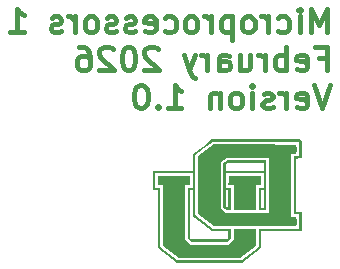
<source format=gbr>
%TF.GenerationSoftware,KiCad,Pcbnew,9.0.4*%
%TF.CreationDate,2026-02-14T19:28:01-07:00*%
%TF.ProjectId,Uno_Shield_DSP_Class_v1,556e6f5f-5368-4696-956c-645f4453505f,rev?*%
%TF.SameCoordinates,Original*%
%TF.FileFunction,Legend,Bot*%
%TF.FilePolarity,Positive*%
%FSLAX46Y46*%
G04 Gerber Fmt 4.6, Leading zero omitted, Abs format (unit mm)*
G04 Created by KiCad (PCBNEW 9.0.4) date 2026-02-14 19:28:01*
%MOMM*%
%LPD*%
G01*
G04 APERTURE LIST*
%ADD10C,0.400000*%
%ADD11C,0.000000*%
G04 APERTURE END LIST*
D10*
X113490652Y-77294662D02*
X113490652Y-75294662D01*
X113490652Y-75294662D02*
X112823985Y-76723233D01*
X112823985Y-76723233D02*
X112157319Y-75294662D01*
X112157319Y-75294662D02*
X112157319Y-77294662D01*
X111204938Y-77294662D02*
X111204938Y-75961328D01*
X111204938Y-75294662D02*
X111300176Y-75389900D01*
X111300176Y-75389900D02*
X111204938Y-75485138D01*
X111204938Y-75485138D02*
X111109700Y-75389900D01*
X111109700Y-75389900D02*
X111204938Y-75294662D01*
X111204938Y-75294662D02*
X111204938Y-75485138D01*
X109395414Y-77199424D02*
X109585890Y-77294662D01*
X109585890Y-77294662D02*
X109966843Y-77294662D01*
X109966843Y-77294662D02*
X110157319Y-77199424D01*
X110157319Y-77199424D02*
X110252557Y-77104185D01*
X110252557Y-77104185D02*
X110347795Y-76913709D01*
X110347795Y-76913709D02*
X110347795Y-76342281D01*
X110347795Y-76342281D02*
X110252557Y-76151804D01*
X110252557Y-76151804D02*
X110157319Y-76056566D01*
X110157319Y-76056566D02*
X109966843Y-75961328D01*
X109966843Y-75961328D02*
X109585890Y-75961328D01*
X109585890Y-75961328D02*
X109395414Y-76056566D01*
X108538271Y-77294662D02*
X108538271Y-75961328D01*
X108538271Y-76342281D02*
X108443033Y-76151804D01*
X108443033Y-76151804D02*
X108347795Y-76056566D01*
X108347795Y-76056566D02*
X108157319Y-75961328D01*
X108157319Y-75961328D02*
X107966842Y-75961328D01*
X107014462Y-77294662D02*
X107204938Y-77199424D01*
X107204938Y-77199424D02*
X107300176Y-77104185D01*
X107300176Y-77104185D02*
X107395414Y-76913709D01*
X107395414Y-76913709D02*
X107395414Y-76342281D01*
X107395414Y-76342281D02*
X107300176Y-76151804D01*
X107300176Y-76151804D02*
X107204938Y-76056566D01*
X107204938Y-76056566D02*
X107014462Y-75961328D01*
X107014462Y-75961328D02*
X106728747Y-75961328D01*
X106728747Y-75961328D02*
X106538271Y-76056566D01*
X106538271Y-76056566D02*
X106443033Y-76151804D01*
X106443033Y-76151804D02*
X106347795Y-76342281D01*
X106347795Y-76342281D02*
X106347795Y-76913709D01*
X106347795Y-76913709D02*
X106443033Y-77104185D01*
X106443033Y-77104185D02*
X106538271Y-77199424D01*
X106538271Y-77199424D02*
X106728747Y-77294662D01*
X106728747Y-77294662D02*
X107014462Y-77294662D01*
X105490652Y-75961328D02*
X105490652Y-77961328D01*
X105490652Y-76056566D02*
X105300176Y-75961328D01*
X105300176Y-75961328D02*
X104919223Y-75961328D01*
X104919223Y-75961328D02*
X104728747Y-76056566D01*
X104728747Y-76056566D02*
X104633509Y-76151804D01*
X104633509Y-76151804D02*
X104538271Y-76342281D01*
X104538271Y-76342281D02*
X104538271Y-76913709D01*
X104538271Y-76913709D02*
X104633509Y-77104185D01*
X104633509Y-77104185D02*
X104728747Y-77199424D01*
X104728747Y-77199424D02*
X104919223Y-77294662D01*
X104919223Y-77294662D02*
X105300176Y-77294662D01*
X105300176Y-77294662D02*
X105490652Y-77199424D01*
X103681128Y-77294662D02*
X103681128Y-75961328D01*
X103681128Y-76342281D02*
X103585890Y-76151804D01*
X103585890Y-76151804D02*
X103490652Y-76056566D01*
X103490652Y-76056566D02*
X103300176Y-75961328D01*
X103300176Y-75961328D02*
X103109699Y-75961328D01*
X102157319Y-77294662D02*
X102347795Y-77199424D01*
X102347795Y-77199424D02*
X102443033Y-77104185D01*
X102443033Y-77104185D02*
X102538271Y-76913709D01*
X102538271Y-76913709D02*
X102538271Y-76342281D01*
X102538271Y-76342281D02*
X102443033Y-76151804D01*
X102443033Y-76151804D02*
X102347795Y-76056566D01*
X102347795Y-76056566D02*
X102157319Y-75961328D01*
X102157319Y-75961328D02*
X101871604Y-75961328D01*
X101871604Y-75961328D02*
X101681128Y-76056566D01*
X101681128Y-76056566D02*
X101585890Y-76151804D01*
X101585890Y-76151804D02*
X101490652Y-76342281D01*
X101490652Y-76342281D02*
X101490652Y-76913709D01*
X101490652Y-76913709D02*
X101585890Y-77104185D01*
X101585890Y-77104185D02*
X101681128Y-77199424D01*
X101681128Y-77199424D02*
X101871604Y-77294662D01*
X101871604Y-77294662D02*
X102157319Y-77294662D01*
X99776366Y-77199424D02*
X99966842Y-77294662D01*
X99966842Y-77294662D02*
X100347795Y-77294662D01*
X100347795Y-77294662D02*
X100538271Y-77199424D01*
X100538271Y-77199424D02*
X100633509Y-77104185D01*
X100633509Y-77104185D02*
X100728747Y-76913709D01*
X100728747Y-76913709D02*
X100728747Y-76342281D01*
X100728747Y-76342281D02*
X100633509Y-76151804D01*
X100633509Y-76151804D02*
X100538271Y-76056566D01*
X100538271Y-76056566D02*
X100347795Y-75961328D01*
X100347795Y-75961328D02*
X99966842Y-75961328D01*
X99966842Y-75961328D02*
X99776366Y-76056566D01*
X98157318Y-77199424D02*
X98347794Y-77294662D01*
X98347794Y-77294662D02*
X98728747Y-77294662D01*
X98728747Y-77294662D02*
X98919223Y-77199424D01*
X98919223Y-77199424D02*
X99014461Y-77008947D01*
X99014461Y-77008947D02*
X99014461Y-76247043D01*
X99014461Y-76247043D02*
X98919223Y-76056566D01*
X98919223Y-76056566D02*
X98728747Y-75961328D01*
X98728747Y-75961328D02*
X98347794Y-75961328D01*
X98347794Y-75961328D02*
X98157318Y-76056566D01*
X98157318Y-76056566D02*
X98062080Y-76247043D01*
X98062080Y-76247043D02*
X98062080Y-76437519D01*
X98062080Y-76437519D02*
X99014461Y-76627995D01*
X97300175Y-77199424D02*
X97109699Y-77294662D01*
X97109699Y-77294662D02*
X96728747Y-77294662D01*
X96728747Y-77294662D02*
X96538270Y-77199424D01*
X96538270Y-77199424D02*
X96443032Y-77008947D01*
X96443032Y-77008947D02*
X96443032Y-76913709D01*
X96443032Y-76913709D02*
X96538270Y-76723233D01*
X96538270Y-76723233D02*
X96728747Y-76627995D01*
X96728747Y-76627995D02*
X97014461Y-76627995D01*
X97014461Y-76627995D02*
X97204937Y-76532757D01*
X97204937Y-76532757D02*
X97300175Y-76342281D01*
X97300175Y-76342281D02*
X97300175Y-76247043D01*
X97300175Y-76247043D02*
X97204937Y-76056566D01*
X97204937Y-76056566D02*
X97014461Y-75961328D01*
X97014461Y-75961328D02*
X96728747Y-75961328D01*
X96728747Y-75961328D02*
X96538270Y-76056566D01*
X95681127Y-77199424D02*
X95490651Y-77294662D01*
X95490651Y-77294662D02*
X95109699Y-77294662D01*
X95109699Y-77294662D02*
X94919222Y-77199424D01*
X94919222Y-77199424D02*
X94823984Y-77008947D01*
X94823984Y-77008947D02*
X94823984Y-76913709D01*
X94823984Y-76913709D02*
X94919222Y-76723233D01*
X94919222Y-76723233D02*
X95109699Y-76627995D01*
X95109699Y-76627995D02*
X95395413Y-76627995D01*
X95395413Y-76627995D02*
X95585889Y-76532757D01*
X95585889Y-76532757D02*
X95681127Y-76342281D01*
X95681127Y-76342281D02*
X95681127Y-76247043D01*
X95681127Y-76247043D02*
X95585889Y-76056566D01*
X95585889Y-76056566D02*
X95395413Y-75961328D01*
X95395413Y-75961328D02*
X95109699Y-75961328D01*
X95109699Y-75961328D02*
X94919222Y-76056566D01*
X93681127Y-77294662D02*
X93871603Y-77199424D01*
X93871603Y-77199424D02*
X93966841Y-77104185D01*
X93966841Y-77104185D02*
X94062079Y-76913709D01*
X94062079Y-76913709D02*
X94062079Y-76342281D01*
X94062079Y-76342281D02*
X93966841Y-76151804D01*
X93966841Y-76151804D02*
X93871603Y-76056566D01*
X93871603Y-76056566D02*
X93681127Y-75961328D01*
X93681127Y-75961328D02*
X93395412Y-75961328D01*
X93395412Y-75961328D02*
X93204936Y-76056566D01*
X93204936Y-76056566D02*
X93109698Y-76151804D01*
X93109698Y-76151804D02*
X93014460Y-76342281D01*
X93014460Y-76342281D02*
X93014460Y-76913709D01*
X93014460Y-76913709D02*
X93109698Y-77104185D01*
X93109698Y-77104185D02*
X93204936Y-77199424D01*
X93204936Y-77199424D02*
X93395412Y-77294662D01*
X93395412Y-77294662D02*
X93681127Y-77294662D01*
X92157317Y-77294662D02*
X92157317Y-75961328D01*
X92157317Y-76342281D02*
X92062079Y-76151804D01*
X92062079Y-76151804D02*
X91966841Y-76056566D01*
X91966841Y-76056566D02*
X91776365Y-75961328D01*
X91776365Y-75961328D02*
X91585888Y-75961328D01*
X91014460Y-77199424D02*
X90823984Y-77294662D01*
X90823984Y-77294662D02*
X90443032Y-77294662D01*
X90443032Y-77294662D02*
X90252555Y-77199424D01*
X90252555Y-77199424D02*
X90157317Y-77008947D01*
X90157317Y-77008947D02*
X90157317Y-76913709D01*
X90157317Y-76913709D02*
X90252555Y-76723233D01*
X90252555Y-76723233D02*
X90443032Y-76627995D01*
X90443032Y-76627995D02*
X90728746Y-76627995D01*
X90728746Y-76627995D02*
X90919222Y-76532757D01*
X90919222Y-76532757D02*
X91014460Y-76342281D01*
X91014460Y-76342281D02*
X91014460Y-76247043D01*
X91014460Y-76247043D02*
X90919222Y-76056566D01*
X90919222Y-76056566D02*
X90728746Y-75961328D01*
X90728746Y-75961328D02*
X90443032Y-75961328D01*
X90443032Y-75961328D02*
X90252555Y-76056566D01*
X86728745Y-77294662D02*
X87871602Y-77294662D01*
X87300174Y-77294662D02*
X87300174Y-75294662D01*
X87300174Y-75294662D02*
X87490650Y-75580376D01*
X87490650Y-75580376D02*
X87681126Y-75770852D01*
X87681126Y-75770852D02*
X87871602Y-75866090D01*
X112823985Y-79466931D02*
X113490652Y-79466931D01*
X113490652Y-80514550D02*
X113490652Y-78514550D01*
X113490652Y-78514550D02*
X112538271Y-78514550D01*
X111014461Y-80419312D02*
X111204937Y-80514550D01*
X111204937Y-80514550D02*
X111585890Y-80514550D01*
X111585890Y-80514550D02*
X111776366Y-80419312D01*
X111776366Y-80419312D02*
X111871604Y-80228835D01*
X111871604Y-80228835D02*
X111871604Y-79466931D01*
X111871604Y-79466931D02*
X111776366Y-79276454D01*
X111776366Y-79276454D02*
X111585890Y-79181216D01*
X111585890Y-79181216D02*
X111204937Y-79181216D01*
X111204937Y-79181216D02*
X111014461Y-79276454D01*
X111014461Y-79276454D02*
X110919223Y-79466931D01*
X110919223Y-79466931D02*
X110919223Y-79657407D01*
X110919223Y-79657407D02*
X111871604Y-79847883D01*
X110062080Y-80514550D02*
X110062080Y-78514550D01*
X110062080Y-79276454D02*
X109871604Y-79181216D01*
X109871604Y-79181216D02*
X109490651Y-79181216D01*
X109490651Y-79181216D02*
X109300175Y-79276454D01*
X109300175Y-79276454D02*
X109204937Y-79371692D01*
X109204937Y-79371692D02*
X109109699Y-79562169D01*
X109109699Y-79562169D02*
X109109699Y-80133597D01*
X109109699Y-80133597D02*
X109204937Y-80324073D01*
X109204937Y-80324073D02*
X109300175Y-80419312D01*
X109300175Y-80419312D02*
X109490651Y-80514550D01*
X109490651Y-80514550D02*
X109871604Y-80514550D01*
X109871604Y-80514550D02*
X110062080Y-80419312D01*
X108252556Y-80514550D02*
X108252556Y-79181216D01*
X108252556Y-79562169D02*
X108157318Y-79371692D01*
X108157318Y-79371692D02*
X108062080Y-79276454D01*
X108062080Y-79276454D02*
X107871604Y-79181216D01*
X107871604Y-79181216D02*
X107681127Y-79181216D01*
X106157318Y-79181216D02*
X106157318Y-80514550D01*
X107014461Y-79181216D02*
X107014461Y-80228835D01*
X107014461Y-80228835D02*
X106919223Y-80419312D01*
X106919223Y-80419312D02*
X106728747Y-80514550D01*
X106728747Y-80514550D02*
X106443032Y-80514550D01*
X106443032Y-80514550D02*
X106252556Y-80419312D01*
X106252556Y-80419312D02*
X106157318Y-80324073D01*
X104347794Y-80514550D02*
X104347794Y-79466931D01*
X104347794Y-79466931D02*
X104443032Y-79276454D01*
X104443032Y-79276454D02*
X104633508Y-79181216D01*
X104633508Y-79181216D02*
X105014461Y-79181216D01*
X105014461Y-79181216D02*
X105204937Y-79276454D01*
X104347794Y-80419312D02*
X104538270Y-80514550D01*
X104538270Y-80514550D02*
X105014461Y-80514550D01*
X105014461Y-80514550D02*
X105204937Y-80419312D01*
X105204937Y-80419312D02*
X105300175Y-80228835D01*
X105300175Y-80228835D02*
X105300175Y-80038359D01*
X105300175Y-80038359D02*
X105204937Y-79847883D01*
X105204937Y-79847883D02*
X105014461Y-79752645D01*
X105014461Y-79752645D02*
X104538270Y-79752645D01*
X104538270Y-79752645D02*
X104347794Y-79657407D01*
X103395413Y-80514550D02*
X103395413Y-79181216D01*
X103395413Y-79562169D02*
X103300175Y-79371692D01*
X103300175Y-79371692D02*
X103204937Y-79276454D01*
X103204937Y-79276454D02*
X103014461Y-79181216D01*
X103014461Y-79181216D02*
X102823984Y-79181216D01*
X102347794Y-79181216D02*
X101871604Y-80514550D01*
X101395413Y-79181216D02*
X101871604Y-80514550D01*
X101871604Y-80514550D02*
X102062080Y-80990740D01*
X102062080Y-80990740D02*
X102157318Y-81085978D01*
X102157318Y-81085978D02*
X102347794Y-81181216D01*
X99204936Y-78705026D02*
X99109698Y-78609788D01*
X99109698Y-78609788D02*
X98919222Y-78514550D01*
X98919222Y-78514550D02*
X98443031Y-78514550D01*
X98443031Y-78514550D02*
X98252555Y-78609788D01*
X98252555Y-78609788D02*
X98157317Y-78705026D01*
X98157317Y-78705026D02*
X98062079Y-78895502D01*
X98062079Y-78895502D02*
X98062079Y-79085978D01*
X98062079Y-79085978D02*
X98157317Y-79371692D01*
X98157317Y-79371692D02*
X99300174Y-80514550D01*
X99300174Y-80514550D02*
X98062079Y-80514550D01*
X96823984Y-78514550D02*
X96633507Y-78514550D01*
X96633507Y-78514550D02*
X96443031Y-78609788D01*
X96443031Y-78609788D02*
X96347793Y-78705026D01*
X96347793Y-78705026D02*
X96252555Y-78895502D01*
X96252555Y-78895502D02*
X96157317Y-79276454D01*
X96157317Y-79276454D02*
X96157317Y-79752645D01*
X96157317Y-79752645D02*
X96252555Y-80133597D01*
X96252555Y-80133597D02*
X96347793Y-80324073D01*
X96347793Y-80324073D02*
X96443031Y-80419312D01*
X96443031Y-80419312D02*
X96633507Y-80514550D01*
X96633507Y-80514550D02*
X96823984Y-80514550D01*
X96823984Y-80514550D02*
X97014460Y-80419312D01*
X97014460Y-80419312D02*
X97109698Y-80324073D01*
X97109698Y-80324073D02*
X97204936Y-80133597D01*
X97204936Y-80133597D02*
X97300174Y-79752645D01*
X97300174Y-79752645D02*
X97300174Y-79276454D01*
X97300174Y-79276454D02*
X97204936Y-78895502D01*
X97204936Y-78895502D02*
X97109698Y-78705026D01*
X97109698Y-78705026D02*
X97014460Y-78609788D01*
X97014460Y-78609788D02*
X96823984Y-78514550D01*
X95395412Y-78705026D02*
X95300174Y-78609788D01*
X95300174Y-78609788D02*
X95109698Y-78514550D01*
X95109698Y-78514550D02*
X94633507Y-78514550D01*
X94633507Y-78514550D02*
X94443031Y-78609788D01*
X94443031Y-78609788D02*
X94347793Y-78705026D01*
X94347793Y-78705026D02*
X94252555Y-78895502D01*
X94252555Y-78895502D02*
X94252555Y-79085978D01*
X94252555Y-79085978D02*
X94347793Y-79371692D01*
X94347793Y-79371692D02*
X95490650Y-80514550D01*
X95490650Y-80514550D02*
X94252555Y-80514550D01*
X92538269Y-78514550D02*
X92919222Y-78514550D01*
X92919222Y-78514550D02*
X93109698Y-78609788D01*
X93109698Y-78609788D02*
X93204936Y-78705026D01*
X93204936Y-78705026D02*
X93395412Y-78990740D01*
X93395412Y-78990740D02*
X93490650Y-79371692D01*
X93490650Y-79371692D02*
X93490650Y-80133597D01*
X93490650Y-80133597D02*
X93395412Y-80324073D01*
X93395412Y-80324073D02*
X93300174Y-80419312D01*
X93300174Y-80419312D02*
X93109698Y-80514550D01*
X93109698Y-80514550D02*
X92728745Y-80514550D01*
X92728745Y-80514550D02*
X92538269Y-80419312D01*
X92538269Y-80419312D02*
X92443031Y-80324073D01*
X92443031Y-80324073D02*
X92347793Y-80133597D01*
X92347793Y-80133597D02*
X92347793Y-79657407D01*
X92347793Y-79657407D02*
X92443031Y-79466931D01*
X92443031Y-79466931D02*
X92538269Y-79371692D01*
X92538269Y-79371692D02*
X92728745Y-79276454D01*
X92728745Y-79276454D02*
X93109698Y-79276454D01*
X93109698Y-79276454D02*
X93300174Y-79371692D01*
X93300174Y-79371692D02*
X93395412Y-79466931D01*
X93395412Y-79466931D02*
X93490650Y-79657407D01*
X113776366Y-81734438D02*
X113109700Y-83734438D01*
X113109700Y-83734438D02*
X112443033Y-81734438D01*
X111014461Y-83639200D02*
X111204937Y-83734438D01*
X111204937Y-83734438D02*
X111585890Y-83734438D01*
X111585890Y-83734438D02*
X111776366Y-83639200D01*
X111776366Y-83639200D02*
X111871604Y-83448723D01*
X111871604Y-83448723D02*
X111871604Y-82686819D01*
X111871604Y-82686819D02*
X111776366Y-82496342D01*
X111776366Y-82496342D02*
X111585890Y-82401104D01*
X111585890Y-82401104D02*
X111204937Y-82401104D01*
X111204937Y-82401104D02*
X111014461Y-82496342D01*
X111014461Y-82496342D02*
X110919223Y-82686819D01*
X110919223Y-82686819D02*
X110919223Y-82877295D01*
X110919223Y-82877295D02*
X111871604Y-83067771D01*
X110062080Y-83734438D02*
X110062080Y-82401104D01*
X110062080Y-82782057D02*
X109966842Y-82591580D01*
X109966842Y-82591580D02*
X109871604Y-82496342D01*
X109871604Y-82496342D02*
X109681128Y-82401104D01*
X109681128Y-82401104D02*
X109490651Y-82401104D01*
X108919223Y-83639200D02*
X108728747Y-83734438D01*
X108728747Y-83734438D02*
X108347795Y-83734438D01*
X108347795Y-83734438D02*
X108157318Y-83639200D01*
X108157318Y-83639200D02*
X108062080Y-83448723D01*
X108062080Y-83448723D02*
X108062080Y-83353485D01*
X108062080Y-83353485D02*
X108157318Y-83163009D01*
X108157318Y-83163009D02*
X108347795Y-83067771D01*
X108347795Y-83067771D02*
X108633509Y-83067771D01*
X108633509Y-83067771D02*
X108823985Y-82972533D01*
X108823985Y-82972533D02*
X108919223Y-82782057D01*
X108919223Y-82782057D02*
X108919223Y-82686819D01*
X108919223Y-82686819D02*
X108823985Y-82496342D01*
X108823985Y-82496342D02*
X108633509Y-82401104D01*
X108633509Y-82401104D02*
X108347795Y-82401104D01*
X108347795Y-82401104D02*
X108157318Y-82496342D01*
X107204937Y-83734438D02*
X107204937Y-82401104D01*
X107204937Y-81734438D02*
X107300175Y-81829676D01*
X107300175Y-81829676D02*
X107204937Y-81924914D01*
X107204937Y-81924914D02*
X107109699Y-81829676D01*
X107109699Y-81829676D02*
X107204937Y-81734438D01*
X107204937Y-81734438D02*
X107204937Y-81924914D01*
X105966842Y-83734438D02*
X106157318Y-83639200D01*
X106157318Y-83639200D02*
X106252556Y-83543961D01*
X106252556Y-83543961D02*
X106347794Y-83353485D01*
X106347794Y-83353485D02*
X106347794Y-82782057D01*
X106347794Y-82782057D02*
X106252556Y-82591580D01*
X106252556Y-82591580D02*
X106157318Y-82496342D01*
X106157318Y-82496342D02*
X105966842Y-82401104D01*
X105966842Y-82401104D02*
X105681127Y-82401104D01*
X105681127Y-82401104D02*
X105490651Y-82496342D01*
X105490651Y-82496342D02*
X105395413Y-82591580D01*
X105395413Y-82591580D02*
X105300175Y-82782057D01*
X105300175Y-82782057D02*
X105300175Y-83353485D01*
X105300175Y-83353485D02*
X105395413Y-83543961D01*
X105395413Y-83543961D02*
X105490651Y-83639200D01*
X105490651Y-83639200D02*
X105681127Y-83734438D01*
X105681127Y-83734438D02*
X105966842Y-83734438D01*
X104443032Y-82401104D02*
X104443032Y-83734438D01*
X104443032Y-82591580D02*
X104347794Y-82496342D01*
X104347794Y-82496342D02*
X104157318Y-82401104D01*
X104157318Y-82401104D02*
X103871603Y-82401104D01*
X103871603Y-82401104D02*
X103681127Y-82496342D01*
X103681127Y-82496342D02*
X103585889Y-82686819D01*
X103585889Y-82686819D02*
X103585889Y-83734438D01*
X100062079Y-83734438D02*
X101204936Y-83734438D01*
X100633508Y-83734438D02*
X100633508Y-81734438D01*
X100633508Y-81734438D02*
X100823984Y-82020152D01*
X100823984Y-82020152D02*
X101014460Y-82210628D01*
X101014460Y-82210628D02*
X101204936Y-82305866D01*
X99204936Y-83543961D02*
X99109698Y-83639200D01*
X99109698Y-83639200D02*
X99204936Y-83734438D01*
X99204936Y-83734438D02*
X99300174Y-83639200D01*
X99300174Y-83639200D02*
X99204936Y-83543961D01*
X99204936Y-83543961D02*
X99204936Y-83734438D01*
X97871603Y-81734438D02*
X97681126Y-81734438D01*
X97681126Y-81734438D02*
X97490650Y-81829676D01*
X97490650Y-81829676D02*
X97395412Y-81924914D01*
X97395412Y-81924914D02*
X97300174Y-82115390D01*
X97300174Y-82115390D02*
X97204936Y-82496342D01*
X97204936Y-82496342D02*
X97204936Y-82972533D01*
X97204936Y-82972533D02*
X97300174Y-83353485D01*
X97300174Y-83353485D02*
X97395412Y-83543961D01*
X97395412Y-83543961D02*
X97490650Y-83639200D01*
X97490650Y-83639200D02*
X97681126Y-83734438D01*
X97681126Y-83734438D02*
X97871603Y-83734438D01*
X97871603Y-83734438D02*
X98062079Y-83639200D01*
X98062079Y-83639200D02*
X98157317Y-83543961D01*
X98157317Y-83543961D02*
X98252555Y-83353485D01*
X98252555Y-83353485D02*
X98347793Y-82972533D01*
X98347793Y-82972533D02*
X98347793Y-82496342D01*
X98347793Y-82496342D02*
X98252555Y-82115390D01*
X98252555Y-82115390D02*
X98157317Y-81924914D01*
X98157317Y-81924914D02*
X98062079Y-81829676D01*
X98062079Y-81829676D02*
X97871603Y-81734438D01*
D11*
%TO.C,G\u002A\u002A\u002A*%
G36*
X107949235Y-89870344D02*
G01*
X107956264Y-90244994D01*
X107739685Y-90244994D01*
X107523106Y-90244994D01*
X107523106Y-91299094D01*
X107523106Y-92353193D01*
X106570606Y-92353193D01*
X105618106Y-92353193D01*
X105618106Y-91299094D01*
X105618106Y-90244994D01*
X105401527Y-90244994D01*
X105184948Y-90244994D01*
X105191977Y-89870344D01*
X105199006Y-89495694D01*
X106570606Y-89495694D01*
X107942206Y-89495694D01*
X107949235Y-89870344D01*
G37*
G36*
X101960507Y-89863775D02*
G01*
X101960507Y-90244994D01*
X101744607Y-90244994D01*
X101528707Y-90244994D01*
X101530026Y-92575443D01*
X101531344Y-94905893D01*
X101775374Y-95090043D01*
X102019405Y-95274193D01*
X103575810Y-95274193D01*
X105132214Y-95274193D01*
X105375059Y-95090043D01*
X105617905Y-94905893D01*
X105618006Y-94416943D01*
X105618106Y-93927993D01*
X106570606Y-93927993D01*
X107523106Y-93927993D01*
X107523106Y-94651009D01*
X107523106Y-95374025D01*
X106860714Y-95882909D01*
X106198321Y-96391793D01*
X103576722Y-96391793D01*
X100955122Y-96391793D01*
X100289415Y-95881107D01*
X99623707Y-95370422D01*
X99623707Y-92808735D01*
X99623707Y-90247048D01*
X99414157Y-90239671D01*
X99204607Y-90232294D01*
X99204607Y-89863994D01*
X99204607Y-89495694D01*
X100582557Y-89489125D01*
X101960507Y-89482556D01*
X101960507Y-89863775D01*
G37*
G36*
X110520190Y-90244994D02*
G01*
X110520192Y-92924693D01*
X110699230Y-92916212D01*
X110769508Y-92914573D01*
X110863910Y-92920890D01*
X110915187Y-92938373D01*
X110922511Y-92949643D01*
X110936236Y-93006059D01*
X110946219Y-93095890D01*
X110952353Y-93207214D01*
X110954534Y-93328107D01*
X110952658Y-93446647D01*
X110946617Y-93550910D01*
X110936309Y-93628973D01*
X110921626Y-93668913D01*
X110910747Y-93672567D01*
X110876152Y-93676745D01*
X110816388Y-93680507D01*
X110729484Y-93683870D01*
X110613469Y-93686850D01*
X110466370Y-93689465D01*
X110286217Y-93691731D01*
X110071037Y-93693667D01*
X109818859Y-93695289D01*
X109527712Y-93696614D01*
X109195623Y-93697661D01*
X108820620Y-93698444D01*
X108400733Y-93698983D01*
X107933990Y-93699293D01*
X107418419Y-93699393D01*
X103945692Y-93699393D01*
X103283173Y-93190412D01*
X102620654Y-92681430D01*
X102627130Y-90238880D01*
X102632334Y-88276494D01*
X104526005Y-88276494D01*
X104526175Y-90244994D01*
X104526346Y-92213493D01*
X104766943Y-92397643D01*
X105007541Y-92581793D01*
X106811423Y-92581793D01*
X108615306Y-92581793D01*
X108615306Y-90244994D01*
X108615306Y-87908194D01*
X106810341Y-87908194D01*
X105005377Y-87908194D01*
X104765691Y-88092344D01*
X104526005Y-88276494D01*
X102632334Y-88276494D01*
X102633607Y-87796329D01*
X103281307Y-87295196D01*
X103929007Y-86794063D01*
X107434206Y-86798678D01*
X110939406Y-86803294D01*
X110946492Y-87155405D01*
X110947962Y-87312893D01*
X110944747Y-87431210D01*
X110936445Y-87507064D01*
X110922801Y-87544600D01*
X110918013Y-87549656D01*
X110880808Y-87567635D01*
X110813526Y-87575132D01*
X110706106Y-87573488D01*
X110520188Y-87565294D01*
X110520188Y-87908194D01*
X110520190Y-90244994D01*
G37*
G36*
X108380568Y-90219594D02*
G01*
X108381018Y-90372134D01*
X108381733Y-90686104D01*
X108382128Y-90983872D01*
X108382214Y-91261594D01*
X108382087Y-91413394D01*
X108382001Y-91515425D01*
X108381499Y-91741522D01*
X108380719Y-91936040D01*
X108379670Y-92095135D01*
X108378363Y-92214964D01*
X108376808Y-92291681D01*
X108375015Y-92321443D01*
X108353607Y-92335826D01*
X108296886Y-92345820D01*
X108199847Y-92351436D01*
X108057304Y-92353193D01*
X107751706Y-92353193D01*
X107751706Y-91426094D01*
X107751706Y-90676794D01*
X107954906Y-90676794D01*
X107954906Y-91413394D01*
X107954906Y-92149993D01*
X108069206Y-92149993D01*
X108183506Y-92149993D01*
X108183506Y-91413394D01*
X108183506Y-90676794D01*
X108069206Y-90676794D01*
X107954906Y-90676794D01*
X107751706Y-90676794D01*
X107751706Y-90498994D01*
X107967606Y-90498994D01*
X108183506Y-90498994D01*
X108183506Y-89876694D01*
X108183506Y-89254394D01*
X106570606Y-89254394D01*
X104957707Y-89254394D01*
X104957707Y-89876694D01*
X104957707Y-90498994D01*
X105173606Y-90498994D01*
X105389506Y-90498994D01*
X105389506Y-91426094D01*
X105389506Y-91635324D01*
X105389506Y-92353193D01*
X105245609Y-92353193D01*
X105196817Y-92352448D01*
X105134979Y-92345338D01*
X105079829Y-92325355D01*
X105015995Y-92286110D01*
X104928110Y-92221213D01*
X104754507Y-92089234D01*
X104754507Y-90676794D01*
X104957707Y-90676794D01*
X104959113Y-91343544D01*
X104960518Y-92010293D01*
X105032760Y-92067260D01*
X105033979Y-92068223D01*
X105077311Y-92102769D01*
X105111556Y-92127201D01*
X105137781Y-92136999D01*
X105157051Y-92127642D01*
X105170431Y-92094611D01*
X105178989Y-92033383D01*
X105183789Y-91939440D01*
X105185898Y-91808260D01*
X105186382Y-91635324D01*
X105186306Y-91416111D01*
X105186306Y-90676794D01*
X105072007Y-90676794D01*
X104957707Y-90676794D01*
X104754507Y-90676794D01*
X104754507Y-90242419D01*
X104754507Y-88473903D01*
X104957707Y-88473903D01*
X104957707Y-88775248D01*
X104957707Y-89076594D01*
X106570606Y-89076594D01*
X108183506Y-89076594D01*
X108183506Y-88708294D01*
X108183506Y-88339994D01*
X106667222Y-88339994D01*
X105150937Y-88339994D01*
X105054322Y-88406948D01*
X104957707Y-88473903D01*
X104754507Y-88473903D01*
X104754507Y-88395602D01*
X104929317Y-88266011D01*
X105104126Y-88136418D01*
X106739066Y-88142956D01*
X108374006Y-88149494D01*
X108375778Y-88708294D01*
X108380568Y-90219594D01*
G37*
G36*
X111377934Y-87200051D02*
G01*
X111371206Y-87971694D01*
X111148819Y-87979035D01*
X110926432Y-87986375D01*
X110932919Y-90239635D01*
X110939406Y-92492893D01*
X111155306Y-92505593D01*
X111371206Y-92518293D01*
X111371206Y-93305693D01*
X111371206Y-94093093D01*
X109663440Y-94099622D01*
X107955673Y-94106150D01*
X107948940Y-94847434D01*
X107942206Y-95588718D01*
X107154806Y-96193317D01*
X106367406Y-96797916D01*
X103578107Y-96798054D01*
X100788807Y-96798193D01*
X100003057Y-96196769D01*
X99217307Y-95595344D01*
X99217307Y-93136069D01*
X99217307Y-90676794D01*
X99001407Y-90676794D01*
X98785507Y-90676794D01*
X98785507Y-89876873D01*
X98785507Y-89254394D01*
X98963307Y-89254394D01*
X98963307Y-89876694D01*
X98963307Y-90498994D01*
X99179207Y-90498994D01*
X99395107Y-90498994D01*
X99395107Y-92996102D01*
X99395107Y-95493212D01*
X100130006Y-96056802D01*
X100864905Y-96620393D01*
X103578056Y-96619925D01*
X106291206Y-96619458D01*
X107021456Y-96058406D01*
X107751706Y-95497354D01*
X107751706Y-94712674D01*
X107751706Y-93927993D01*
X109466206Y-93927993D01*
X111180706Y-93927993D01*
X111180706Y-93305693D01*
X111180706Y-92683393D01*
X110964806Y-92683393D01*
X110748906Y-92683393D01*
X110748906Y-90244994D01*
X110748906Y-87806594D01*
X110964806Y-87806594D01*
X111180706Y-87806594D01*
X111180706Y-87184294D01*
X111180706Y-86561994D01*
X107516756Y-86562159D01*
X103852807Y-86562324D01*
X103122557Y-87122263D01*
X102392307Y-87682203D01*
X102392307Y-90243579D01*
X102392307Y-92804954D01*
X103122557Y-93366006D01*
X103852807Y-93927058D01*
X104621157Y-93927525D01*
X105389506Y-93927993D01*
X105389506Y-94105793D01*
X105389506Y-94354813D01*
X105389506Y-94781634D01*
X105215904Y-94913613D01*
X105042302Y-95045593D01*
X103575676Y-95045593D01*
X102109049Y-95045593D01*
X101952228Y-94926128D01*
X101937655Y-94914973D01*
X101862355Y-94855585D01*
X101804899Y-94807441D01*
X101776746Y-94780078D01*
X101774972Y-94767962D01*
X101772195Y-94709540D01*
X101769562Y-94606432D01*
X101767107Y-94462417D01*
X101764862Y-94281272D01*
X101762862Y-94066775D01*
X101761140Y-93822704D01*
X101759729Y-93552837D01*
X101758662Y-93260953D01*
X101757973Y-92950829D01*
X101757696Y-92626243D01*
X101757340Y-90676794D01*
X101960507Y-90676794D01*
X101960507Y-92681544D01*
X101960507Y-94686294D01*
X102055195Y-94764344D01*
X102149882Y-94842393D01*
X103575104Y-94842393D01*
X105000327Y-94842393D01*
X105092391Y-94772543D01*
X105184455Y-94702693D01*
X105185381Y-94404243D01*
X105186306Y-94105793D01*
X104481457Y-94105740D01*
X103776607Y-94105687D01*
X103040007Y-93531830D01*
X102873048Y-93401547D01*
X102713216Y-93276406D01*
X102568993Y-93163067D01*
X102445284Y-93065402D01*
X102346989Y-92987282D01*
X102279013Y-92932576D01*
X102246257Y-92905156D01*
X102189107Y-92852338D01*
X102189107Y-91764565D01*
X102189107Y-90676794D01*
X102074807Y-90676794D01*
X101960507Y-90676794D01*
X101757340Y-90676794D01*
X101757307Y-90498994D01*
X101973207Y-90498994D01*
X102189107Y-90498994D01*
X102189107Y-89876694D01*
X102189107Y-89254394D01*
X100576207Y-89254394D01*
X98963307Y-89254394D01*
X98785507Y-89254394D01*
X98785507Y-89076951D01*
X100488443Y-89070422D01*
X102191379Y-89063894D01*
X102196593Y-88327736D01*
X102201807Y-87591578D01*
X103001907Y-86975924D01*
X103802007Y-86360270D01*
X107564446Y-86359532D01*
X107745302Y-86359503D01*
X108249808Y-86359506D01*
X108706527Y-86359658D01*
X109117712Y-86359979D01*
X109485619Y-86360490D01*
X109812502Y-86361211D01*
X110100616Y-86362161D01*
X110352213Y-86363363D01*
X110569549Y-86364834D01*
X110754878Y-86366597D01*
X110910454Y-86368671D01*
X111038532Y-86371076D01*
X111141366Y-86373833D01*
X111221210Y-86376962D01*
X111280318Y-86380483D01*
X111320945Y-86384416D01*
X111345346Y-86388782D01*
X111355774Y-86393601D01*
X111356754Y-86394958D01*
X111365505Y-86427892D01*
X111372066Y-86497592D01*
X111376512Y-86606857D01*
X111378921Y-86758488D01*
X111379369Y-86955286D01*
X111378026Y-87184294D01*
X111377934Y-87200051D01*
G37*
%TD*%
M02*

</source>
